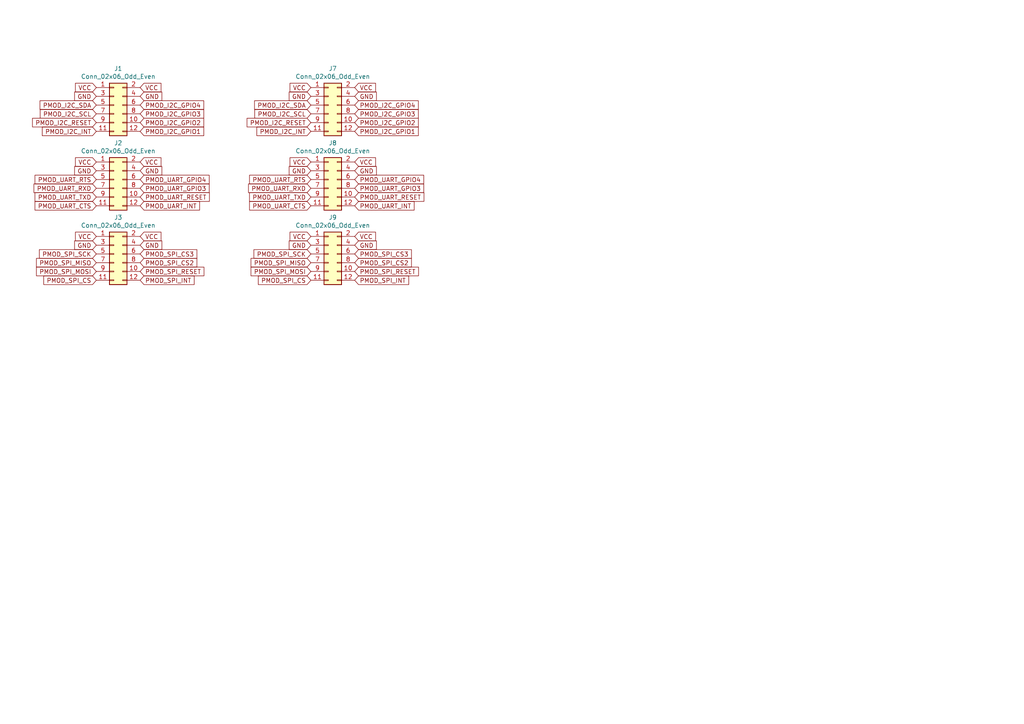
<source format=kicad_sch>
(kicad_sch (version 20211123) (generator eeschema)
  (paper "A4")
  (lib_symbols
    (symbol "Connector_Generic:Conn_02x06_Odd_Even" (pin_names (offset 1.016) hide)
      (property "Reference" "J" (at 1.27 7.62 0))
      (property "Value" "Conn_02x06_Odd_Even" (at 1.27 -10.16 0))
      (symbol "Conn_02x06_Odd_Even_1_1"
        (rectangle (start -1.27 -7.493) (end 0 -7.747) (stroke (width 0.1524)))
        (rectangle (start -1.27 -4.953) (end 0 -5.207) (stroke (width 0.1524)))
        (rectangle (start -1.27 -2.413) (end 0 -2.667) (stroke (width 0.1524)))
        (rectangle (start -1.27 0.127) (end 0 -0.127) (stroke (width 0.1524)))
        (rectangle (start -1.27 2.667) (end 0 2.413) (stroke (width 0.1524)))
        (rectangle (start -1.27 5.207) (end 0 4.953) (stroke (width 0.1524)))
        (rectangle (start -1.27 6.35) (end 3.81 -8.89) (stroke (width 0.254)) (fill (type background)))
        (rectangle (start 3.81 -7.493) (end 2.54 -7.747) (stroke (width 0.1524)))
        (rectangle (start 3.81 -4.953) (end 2.54 -5.207) (stroke (width 0.1524)))
        (rectangle (start 3.81 -2.413) (end 2.54 -2.667) (stroke (width 0.1524)))
        (rectangle (start 3.81 0.127) (end 2.54 -0.127) (stroke (width 0.1524)))
        (rectangle (start 3.81 2.667) (end 2.54 2.413) (stroke (width 0.1524)))
        (rectangle (start 3.81 5.207) (end 2.54 4.953) (stroke (width 0.1524)))
        (pin passive line (at -5.08 5.08 0) (length 3.81) (name "Pin_1") (number "1"))
        (pin passive line (at 7.62 -5.08 180) (length 3.81) (name "Pin_10") (number "10"))
        (pin passive line (at -5.08 -7.62 0) (length 3.81) (name "Pin_11") (number "11"))
        (pin passive line (at 7.62 -7.62 180) (length 3.81) (name "Pin_12") (number "12"))
        (pin passive line (at 7.62 5.08 180) (length 3.81) (name "Pin_2") (number "2"))
        (pin passive line (at -5.08 2.54 0) (length 3.81) (name "Pin_3") (number "3"))
        (pin passive line (at 7.62 2.54 180) (length 3.81) (name "Pin_4") (number "4"))
        (pin passive line (at -5.08 0 0) (length 3.81) (name "Pin_5") (number "5"))
        (pin passive line (at 7.62 0 180) (length 3.81) (name "Pin_6") (number "6"))
        (pin passive line (at -5.08 -2.54 0) (length 3.81) (name "Pin_7") (number "7"))
        (pin passive line (at 7.62 -2.54 180) (length 3.81) (name "Pin_8") (number "8"))
        (pin passive line (at -5.08 -5.08 0) (length 3.81) (name "Pin_9") (number "9"))
      )
    )
  )
  (global_label "PMOD_UART_TXD" (shape input) (at 27.94 57.15 180) (property "Intersheet-verwijzingen" "${INTERSHEET_REFS}" (effects hide)))
  (global_label "PMOD_UART_GPIO3" (shape input) (at 102.87 54.61 0) (property "Intersheet-verwijzingen" "${INTERSHEET_REFS}" (effects hide)))
  (global_label "PMOD_UART_GPIO4" (shape input) (at 40.64 52.07 0) (property "Intersheet-verwijzingen" "${INTERSHEET_REFS}" (effects hide)))
  (global_label "PMOD_I2C_GPIO3" (shape input) (at 102.87 33.02 0) (property "Intersheet-verwijzingen" "${INTERSHEET_REFS}" (effects hide)))
  (global_label "PMOD_SPI_MOSI" (shape input) (at 90.17 78.74 180) (property "Intersheet-verwijzingen" "${INTERSHEET_REFS}" (effects hide)))
  (global_label "VCC" (shape input) (at 40.64 68.58 0) (property "Intersheet-verwijzingen" "${INTERSHEET_REFS}" (effects hide)))
  (global_label "PMOD_I2C_RESET" (shape input) (at 27.94 35.56 180) (property "Intersheet-verwijzingen" "${INTERSHEET_REFS}" (effects hide)))
  (global_label "PMOD_UART_GPIO3" (shape input) (at 40.64 54.61 0) (property "Intersheet-verwijzingen" "${INTERSHEET_REFS}" (effects hide)))
  (global_label "GND" (shape input) (at 102.87 27.94 0) (property "Intersheet-verwijzingen" "${INTERSHEET_REFS}" (effects hide)))
  (global_label "PMOD_I2C_INT" (shape input) (at 27.94 38.1 180) (property "Intersheet-verwijzingen" "${INTERSHEET_REFS}" (effects hide)))
  (global_label "PMOD_UART_INT" (shape input) (at 102.87 59.69 0) (property "Intersheet-verwijzingen" "${INTERSHEET_REFS}" (effects hide)))
  (global_label "PMOD_SPI_CS2" (shape input) (at 40.64 76.2 0) (property "Intersheet-verwijzingen" "${INTERSHEET_REFS}" (effects hide)))
  (global_label "GND" (shape input) (at 90.17 27.94 180) (property "Intersheet-verwijzingen" "${INTERSHEET_REFS}" (effects hide)))
  (global_label "PMOD_SPI_CS" (shape input) (at 27.94 81.28 180) (property "Intersheet-verwijzingen" "${INTERSHEET_REFS}" (effects hide)))
  (global_label "VCC" (shape input) (at 40.64 25.4 0) (property "Intersheet-verwijzingen" "${INTERSHEET_REFS}" (effects hide)))
  (global_label "PMOD_UART_RESET" (shape input) (at 102.87 57.15 0) (property "Intersheet-verwijzingen" "${INTERSHEET_REFS}" (effects hide)))
  (global_label "GND" (shape input) (at 27.94 71.12 180) (property "Intersheet-verwijzingen" "${INTERSHEET_REFS}" (effects hide)))
  (global_label "PMOD_SPI_MOSI" (shape input) (at 27.94 78.74 180) (property "Intersheet-verwijzingen" "${INTERSHEET_REFS}" (effects hide)))
  (global_label "PMOD_UART_GPIO4" (shape input) (at 102.87 52.07 0) (property "Intersheet-verwijzingen" "${INTERSHEET_REFS}" (effects hide)))
  (global_label "PMOD_SPI_CS2" (shape input) (at 102.87 76.2 0) (property "Intersheet-verwijzingen" "${INTERSHEET_REFS}" (effects hide)))
  (global_label "PMOD_SPI_RESET" (shape input) (at 102.87 78.74 0) (property "Intersheet-verwijzingen" "${INTERSHEET_REFS}" (effects hide)))
  (global_label "GND" (shape input) (at 90.17 71.12 180) (property "Intersheet-verwijzingen" "${INTERSHEET_REFS}" (effects hide)))
  (global_label "PMOD_I2C_SCL" (shape input) (at 27.94 33.02 180) (property "Intersheet-verwijzingen" "${INTERSHEET_REFS}" (effects hide)))
  (global_label "GND" (shape input) (at 40.64 49.53 0) (property "Intersheet-verwijzingen" "${INTERSHEET_REFS}" (effects hide)))
  (global_label "PMOD_SPI_CS3" (shape input) (at 40.64 73.66 0) (property "Intersheet-verwijzingen" "${INTERSHEET_REFS}" (effects hide)))
  (global_label "PMOD_UART_RTS" (shape input) (at 27.94 52.07 180) (property "Intersheet-verwijzingen" "${INTERSHEET_REFS}" (effects hide)))
  (global_label "PMOD_I2C_SDA" (shape input) (at 90.17 30.48 180) (property "Intersheet-verwijzingen" "${INTERSHEET_REFS}" (effects hide)))
  (global_label "GND" (shape input) (at 102.87 49.53 0) (property "Intersheet-verwijzingen" "${INTERSHEET_REFS}" (effects hide)))
  (global_label "PMOD_I2C_GPIO2" (shape input) (at 102.87 35.56 0) (property "Intersheet-verwijzingen" "${INTERSHEET_REFS}" (effects hide)))
  (global_label "PMOD_UART_RESET" (shape input) (at 40.64 57.15 0) (property "Intersheet-verwijzingen" "${INTERSHEET_REFS}" (effects hide)))
  (global_label "PMOD_SPI_INT" (shape input) (at 40.64 81.28 0) (property "Intersheet-verwijzingen" "${INTERSHEET_REFS}" (effects hide)))
  (global_label "PMOD_UART_RXD" (shape input) (at 27.94 54.61 180) (property "Intersheet-verwijzingen" "${INTERSHEET_REFS}" (effects hide)))
  (global_label "PMOD_UART_RTS" (shape input) (at 90.17 52.07 180) (property "Intersheet-verwijzingen" "${INTERSHEET_REFS}" (effects hide)))
  (global_label "VCC" (shape input) (at 102.87 46.99 0) (property "Intersheet-verwijzingen" "${INTERSHEET_REFS}" (effects hide)))
  (global_label "PMOD_SPI_SCK" (shape input) (at 27.94 73.66 180) (property "Intersheet-verwijzingen" "${INTERSHEET_REFS}" (effects hide)))
  (global_label "PMOD_UART_TXD" (shape input) (at 90.17 57.15 180) (property "Intersheet-verwijzingen" "${INTERSHEET_REFS}" (effects hide)))
  (global_label "PMOD_SPI_MISO" (shape input) (at 90.17 76.2 180) (property "Intersheet-verwijzingen" "${INTERSHEET_REFS}" (effects hide)))
  (global_label "PMOD_I2C_GPIO2" (shape input) (at 40.64 35.56 0) (property "Intersheet-verwijzingen" "${INTERSHEET_REFS}" (effects hide)))
  (global_label "VCC" (shape input) (at 27.94 46.99 180) (property "Intersheet-verwijzingen" "${INTERSHEET_REFS}" (effects hide)))
  (global_label "VCC" (shape input) (at 90.17 68.58 180) (property "Intersheet-verwijzingen" "${INTERSHEET_REFS}" (effects hide)))
  (global_label "PMOD_I2C_SCL" (shape input) (at 90.17 33.02 180) (property "Intersheet-verwijzingen" "${INTERSHEET_REFS}" (effects hide)))
  (global_label "VCC" (shape input) (at 27.94 25.4 180) (property "Intersheet-verwijzingen" "${INTERSHEET_REFS}" (effects hide)))
  (global_label "VCC" (shape input) (at 102.87 68.58 0) (property "Intersheet-verwijzingen" "${INTERSHEET_REFS}" (effects hide)))
  (global_label "PMOD_SPI_SCK" (shape input) (at 90.17 73.66 180) (property "Intersheet-verwijzingen" "${INTERSHEET_REFS}" (effects hide)))
  (global_label "VCC" (shape input) (at 90.17 46.99 180) (property "Intersheet-verwijzingen" "${INTERSHEET_REFS}" (effects hide)))
  (global_label "PMOD_UART_CTS" (shape input) (at 90.17 59.69 180) (property "Intersheet-verwijzingen" "${INTERSHEET_REFS}" (effects hide)))
  (global_label "PMOD_UART_RXD" (shape input) (at 90.17 54.61 180) (property "Intersheet-verwijzingen" "${INTERSHEET_REFS}" (effects hide)))
  (global_label "GND" (shape input) (at 40.64 27.94 0) (property "Intersheet-verwijzingen" "${INTERSHEET_REFS}" (effects hide)))
  (global_label "PMOD_UART_INT" (shape input) (at 40.64 59.69 0) (property "Intersheet-verwijzingen" "${INTERSHEET_REFS}" (effects hide)))
  (global_label "PMOD_I2C_GPIO3" (shape input) (at 40.64 33.02 0) (property "Intersheet-verwijzingen" "${INTERSHEET_REFS}" (effects hide)))
  (global_label "VCC" (shape input) (at 27.94 68.58 180) (property "Intersheet-verwijzingen" "${INTERSHEET_REFS}" (effects hide)))
  (global_label "GND" (shape input) (at 27.94 27.94 180) (property "Intersheet-verwijzingen" "${INTERSHEET_REFS}" (effects hide)))
  (global_label "GND" (shape input) (at 102.87 71.12 0) (property "Intersheet-verwijzingen" "${INTERSHEET_REFS}" (effects hide)))
  (global_label "PMOD_I2C_SDA" (shape input) (at 27.94 30.48 180) (property "Intersheet-verwijzingen" "${INTERSHEET_REFS}" (effects hide)))
  (global_label "PMOD_I2C_GPIO4" (shape input) (at 40.64 30.48 0) (property "Intersheet-verwijzingen" "${INTERSHEET_REFS}" (effects hide)))
  (global_label "PMOD_I2C_GPIO1" (shape input) (at 102.87 38.1 0) (property "Intersheet-verwijzingen" "${INTERSHEET_REFS}" (effects hide)))
  (global_label "GND" (shape input) (at 40.64 71.12 0) (property "Intersheet-verwijzingen" "${INTERSHEET_REFS}" (effects hide)))
  (global_label "GND" (shape input) (at 90.17 49.53 180) (property "Intersheet-verwijzingen" "${INTERSHEET_REFS}" (effects hide)))
  (global_label "PMOD_I2C_RESET" (shape input) (at 90.17 35.56 180) (property "Intersheet-verwijzingen" "${INTERSHEET_REFS}" (effects hide)))
  (global_label "PMOD_I2C_GPIO1" (shape input) (at 40.64 38.1 0) (property "Intersheet-verwijzingen" "${INTERSHEET_REFS}" (effects hide)))
  (global_label "VCC" (shape input) (at 90.17 25.4 180) (property "Intersheet-verwijzingen" "${INTERSHEET_REFS}" (effects hide)))
  (global_label "PMOD_SPI_MISO" (shape input) (at 27.94 76.2 180) (property "Intersheet-verwijzingen" "${INTERSHEET_REFS}" (effects hide)))
  (global_label "PMOD_I2C_INT" (shape input) (at 90.17 38.1 180) (property "Intersheet-verwijzingen" "${INTERSHEET_REFS}" (effects hide)))
  (global_label "PMOD_SPI_INT" (shape input) (at 102.87 81.28 0) (property "Intersheet-verwijzingen" "${INTERSHEET_REFS}" (effects hide)))
  (global_label "PMOD_SPI_CS3" (shape input) (at 102.87 73.66 0) (property "Intersheet-verwijzingen" "${INTERSHEET_REFS}" (effects hide)))
  (global_label "PMOD_SPI_RESET" (shape input) (at 40.64 78.74 0) (property "Intersheet-verwijzingen" "${INTERSHEET_REFS}" (effects hide)))
  (global_label "VCC" (shape input) (at 40.64 46.99 0) (property "Intersheet-verwijzingen" "${INTERSHEET_REFS}" (effects hide)))
  (global_label "VCC" (shape input) (at 102.87 25.4 0) (property "Intersheet-verwijzingen" "${INTERSHEET_REFS}" (effects hide)))
  (global_label "PMOD_I2C_GPIO4" (shape input) (at 102.87 30.48 0) (property "Intersheet-verwijzingen" "${INTERSHEET_REFS}" (effects hide)))
  (global_label "GND" (shape input) (at 27.94 49.53 180) (property "Intersheet-verwijzingen" "${INTERSHEET_REFS}" (effects hide)))
  (global_label "PMOD_UART_CTS" (shape input) (at 27.94 59.69 180) (property "Intersheet-verwijzingen" "${INTERSHEET_REFS}" (effects hide)))
  (global_label "PMOD_SPI_CS" (shape input) (at 90.17 81.28 180) (property "Intersheet-verwijzingen" "${INTERSHEET_REFS}" (effects hide)))
  (symbol (lib_id "Connector_Generic:Conn_02x06_Odd_Even") (at 33.02 30.48 0) (unit 1)
    (property "Reference" "J1" (at 34.29 19.8882 0))
    (property "Value" "Conn_02x06_Odd_Even" (at 34.29 22.1996 0))
    (property "Footprint" "Connector_PinHeader_2.54mm:PinHeader_2x06_P2.54mm_Horizontal" (effects hide))
  )
  (symbol (lib_id "Connector_Generic:Conn_02x06_Odd_Even") (at 33.02 52.07 0) (unit 1)
    (property "Reference" "J2" (at 34.29 41.4782 0))
    (property "Value" "Conn_02x06_Odd_Even" (at 34.29 43.7896 0))
    (property "Footprint" "Connector_PinHeader_2.54mm:PinHeader_2x06_P2.54mm_Horizontal" (effects hide))
  )
  (symbol (lib_id "Connector_Generic:Conn_02x06_Odd_Even") (at 33.02 73.66 0) (unit 1)
    (property "Reference" "J3" (at 34.29 63.0682 0))
    (property "Value" "Conn_02x06_Odd_Even" (at 34.29 65.3796 0))
    (property "Footprint" "Connector_PinHeader_2.54mm:PinHeader_2x06_P2.54mm_Horizontal" (effects hide))
  )
  (symbol (lib_id "Connector_Generic:Conn_02x06_Odd_Even") (at 95.25 30.48 0) (unit 1)
    (property "Reference" "J7" (at 96.52 19.8882 0))
    (property "Value" "Conn_02x06_Odd_Even" (at 96.52 22.1996 0))
    (property "Footprint" "Connector_PinSocket_2.54mm:PinSocket_2x06_P2.54mm_Horizontal" (effects hide))
  )
  (symbol (lib_id "Connector_Generic:Conn_02x06_Odd_Even") (at 95.25 52.07 0) (unit 1)
    (property "Reference" "J8" (at 96.52 41.4782 0))
    (property "Value" "Conn_02x06_Odd_Even" (at 96.52 43.7896 0))
    (property "Footprint" "Connector_PinSocket_2.54mm:PinSocket_2x06_P2.54mm_Horizontal" (effects hide))
  )
  (symbol (lib_id "Connector_Generic:Conn_02x06_Odd_Even") (at 95.25 73.66 0) (unit 1)
    (property "Reference" "J9" (at 96.52 63.0682 0))
    (property "Value" "Conn_02x06_Odd_Even" (at 96.52 65.3796 0))
    (property "Footprint" "Connector_PinSocket_2.54mm:PinSocket_2x06_P2.54mm_Horizontal" (effects hide))
  )
)
</source>
